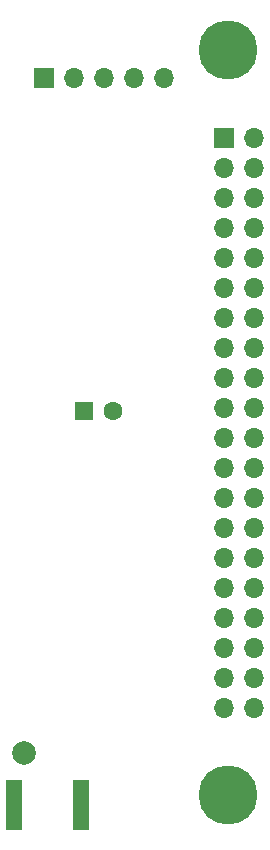
<source format=gbr>
%TF.GenerationSoftware,KiCad,Pcbnew,7.0.11-2.fc39*%
%TF.CreationDate,2024-07-01T00:46:26-07:00*%
%TF.ProjectId,george_orangepi,67656f72-6765-45f6-9f72-616e67657069,rev?*%
%TF.SameCoordinates,PX93d1cc0PY4d3f640*%
%TF.FileFunction,Copper,L2,Bot*%
%TF.FilePolarity,Positive*%
%FSLAX46Y46*%
G04 Gerber Fmt 4.6, Leading zero omitted, Abs format (unit mm)*
G04 Created by KiCad (PCBNEW 7.0.11-2.fc39) date 2024-07-01 00:46:26*
%MOMM*%
%LPD*%
G01*
G04 APERTURE LIST*
%TA.AperFunction,ComponentPad*%
%ADD10C,2.000000*%
%TD*%
%TA.AperFunction,ComponentPad*%
%ADD11R,1.700000X1.700000*%
%TD*%
%TA.AperFunction,ComponentPad*%
%ADD12O,1.700000X1.700000*%
%TD*%
%TA.AperFunction,SMDPad,CuDef*%
%ADD13R,1.350000X4.200000*%
%TD*%
%TA.AperFunction,ComponentPad*%
%ADD14C,1.600000*%
%TD*%
%TA.AperFunction,ComponentPad*%
%ADD15R,1.600000X1.600000*%
%TD*%
%TA.AperFunction,ViaPad*%
%ADD16C,5.000000*%
%TD*%
G04 APERTURE END LIST*
D10*
%TO.P,TP1,1,1*%
%TO.N,Net-(J2-In)*%
X3000000Y-62500000D03*
%TD*%
D11*
%TO.P,J4,1,Pin_1*%
%TO.N,GND*%
X4640000Y-5320000D03*
D12*
%TO.P,J4,2,Pin_2*%
%TO.N,/U_RX*%
X7180000Y-5320000D03*
%TO.P,J4,3,Pin_3*%
%TO.N,/U_TX*%
X9720000Y-5320000D03*
%TO.P,J4,4,Pin_4*%
%TO.N,/PPS_IN*%
X12260000Y-5320000D03*
%TO.P,J4,5,Pin_5*%
%TO.N,+5V*%
X14800000Y-5320000D03*
%TD*%
D13*
%TO.P,J2,2,Ext*%
%TO.N,GND*%
X7825000Y-66887500D03*
X2175000Y-66887500D03*
%TD*%
D14*
%TO.P,C1,2*%
%TO.N,GND*%
X10548000Y-33528000D03*
D15*
%TO.P,C1,1*%
%TO.N,+3V3*%
X8048000Y-33528000D03*
%TD*%
D12*
%TO.P,J1,40,Pin_40*%
%TO.N,unconnected-(J1-Pin_40-Pad40)*%
X22420000Y-58660000D03*
%TO.P,J1,39,Pin_39*%
%TO.N,GND*%
X19880000Y-58660000D03*
%TO.P,J1,38,Pin_38*%
%TO.N,unconnected-(J1-Pin_38-Pad38)*%
X22420000Y-56120000D03*
%TO.P,J1,37,Pin_37*%
%TO.N,unconnected-(J1-Pin_37-Pad37)*%
X19880000Y-56120000D03*
%TO.P,J1,36,Pin_36*%
%TO.N,unconnected-(J1-Pin_36-Pad36)*%
X22420000Y-53580000D03*
%TO.P,J1,35,Pin_35*%
%TO.N,unconnected-(J1-Pin_35-Pad35)*%
X19880000Y-53580000D03*
%TO.P,J1,34,Pin_34*%
%TO.N,GND*%
X22420000Y-51040000D03*
%TO.P,J1,33,Pin_33*%
%TO.N,unconnected-(J1-Pin_33-Pad33)*%
X19880000Y-51040000D03*
%TO.P,J1,32,Pin_32*%
%TO.N,unconnected-(J1-Pin_32-Pad32)*%
X22420000Y-48500000D03*
%TO.P,J1,31,Pin_31*%
%TO.N,unconnected-(J1-Pin_31-Pad31)*%
X19880000Y-48500000D03*
%TO.P,J1,30,Pin_30*%
%TO.N,GND*%
X22420000Y-45960000D03*
%TO.P,J1,29,Pin_29*%
%TO.N,unconnected-(J1-Pin_29-Pad29)*%
X19880000Y-45960000D03*
%TO.P,J1,28,Pin_28*%
%TO.N,unconnected-(J1-Pin_28-Pad28)*%
X22420000Y-43420000D03*
%TO.P,J1,27,Pin_27*%
%TO.N,unconnected-(J1-Pin_27-Pad27)*%
X19880000Y-43420000D03*
%TO.P,J1,26,Pin_26*%
%TO.N,/IRQ*%
X22420000Y-40880000D03*
%TO.P,J1,25,Pin_25*%
%TO.N,unconnected-(J1-Pin_25-Pad25)*%
X19880000Y-40880000D03*
%TO.P,J1,24,Pin_24*%
%TO.N,/SPI0_CS0*%
X22420000Y-38340000D03*
%TO.P,J1,23,Pin_23*%
%TO.N,/SPI0_CLK*%
X19880000Y-38340000D03*
%TO.P,J1,22,Pin_22*%
%TO.N,/RESET*%
X22420000Y-35800000D03*
%TO.P,J1,21,Pin_21*%
%TO.N,/SPI0_MISO*%
X19880000Y-35800000D03*
%TO.P,J1,20,Pin_20*%
%TO.N,GND*%
X22420000Y-33260000D03*
%TO.P,J1,19,Pin_19*%
%TO.N,/SPI0_MOSI*%
X19880000Y-33260000D03*
%TO.P,J1,18,Pin_18*%
%TO.N,unconnected-(J1-Pin_18-Pad18)*%
X22420000Y-30720000D03*
%TO.P,J1,17,Pin_17*%
%TO.N,+3V3*%
X19880000Y-30720000D03*
%TO.P,J1,16,Pin_16*%
%TO.N,unconnected-(J1-Pin_16-Pad16)*%
X22420000Y-28180000D03*
%TO.P,J1,15,Pin_15*%
%TO.N,unconnected-(J1-Pin_15-Pad15)*%
X19880000Y-28180000D03*
%TO.P,J1,14,Pin_14*%
%TO.N,GND*%
X22420000Y-25640000D03*
%TO.P,J1,13,Pin_13*%
%TO.N,unconnected-(J1-Pin_13-Pad13)*%
X19880000Y-25640000D03*
%TO.P,J1,12,Pin_12*%
%TO.N,unconnected-(J1-Pin_12-Pad12)*%
X22420000Y-23100000D03*
%TO.P,J1,11,Pin_11*%
%TO.N,unconnected-(J1-Pin_11-Pad11)*%
X19880000Y-23100000D03*
%TO.P,J1,10,Pin_10*%
%TO.N,/U_RX*%
X22420000Y-20560000D03*
%TO.P,J1,9,Pin_9*%
%TO.N,GND*%
X19880000Y-20560000D03*
%TO.P,J1,8,Pin_8*%
%TO.N,/U_TX*%
X22420000Y-18020000D03*
%TO.P,J1,7,Pin_7*%
%TO.N,/PPS_IN*%
X19880000Y-18020000D03*
%TO.P,J1,6,Pin_6*%
%TO.N,GND*%
X22420000Y-15480000D03*
%TO.P,J1,5,Pin_5*%
%TO.N,unconnected-(J1-Pin_5-Pad5)*%
X19880000Y-15480000D03*
%TO.P,J1,4,Pin_4*%
%TO.N,+5V*%
X22420000Y-12940000D03*
%TO.P,J1,3,Pin_3*%
%TO.N,unconnected-(J1-Pin_3-Pad3)*%
X19880000Y-12940000D03*
%TO.P,J1,2,Pin_2*%
%TO.N,+5V*%
X22420000Y-10400000D03*
D11*
%TO.P,J1,1,Pin_1*%
%TO.N,unconnected-(J1-Pin_1-Pad1)*%
X19880000Y-10400000D03*
%TD*%
D16*
%TO.N,*%
X20240000Y-2944000D03*
X20240000Y-66060000D03*
%TD*%
M02*

</source>
